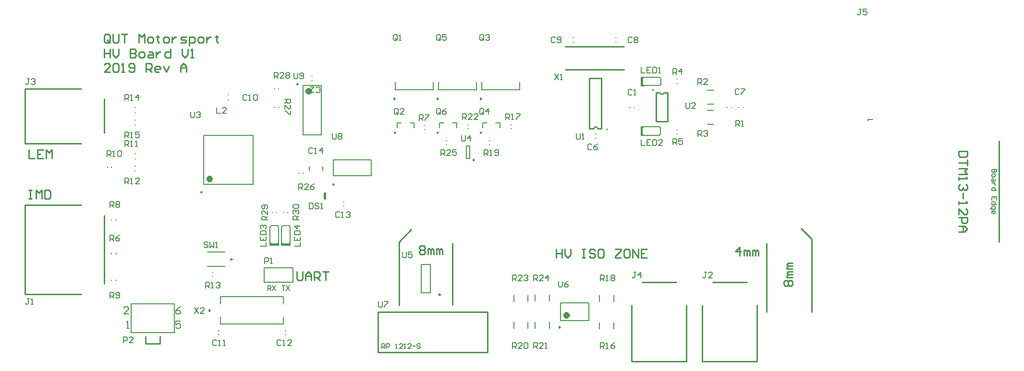
<source format=gto>
G04*
G04 #@! TF.GenerationSoftware,Altium Limited,Altium Designer,19.0.15 (446)*
G04*
G04 Layer_Color=65535*
%FSLAX25Y25*%
%MOIN*%
G70*
G01*
G75*
%ADD10C,0.00800*%
%ADD11C,0.02362*%
%ADD12C,0.00984*%
%ADD13C,0.01000*%
%ADD14C,0.00787*%
%ADD15C,0.01575*%
%ADD16C,0.00600*%
%ADD17R,0.00650X0.02300*%
%ADD18R,0.06700X0.01800*%
%ADD19R,0.00730X0.02560*%
%ADD20R,0.02300X0.00650*%
%ADD21R,0.01800X0.06700*%
%ADD22R,0.02560X0.00730*%
D10*
X184785Y86694D02*
X185635Y87543D01*
X179735D02*
X180585Y86694D01*
X185635Y98455D02*
X184785Y99305D01*
X180585D02*
X179735Y98455D01*
X176785Y86694D02*
X177635Y87543D01*
X171735D02*
X172585Y86694D01*
X177635Y98455D02*
X176785Y99305D01*
X172585D02*
X171735Y98455D01*
X430033Y162900D02*
X430883Y162050D01*
Y167950D02*
X430033Y167100D01*
X441794Y162050D02*
X442644Y162900D01*
Y167100D02*
X441794Y167950D01*
X430186Y197400D02*
X431036Y196550D01*
Y202450D02*
X430186Y201600D01*
X441948Y196550D02*
X442798Y197400D01*
Y201600D02*
X441948Y202450D01*
X180585Y86694D02*
X184785D01*
X180585Y99305D02*
X184785D01*
X185635Y87543D02*
Y98455D01*
X179735Y87543D02*
Y98455D01*
X172585Y86694D02*
X176785D01*
X172585Y99305D02*
X176785D01*
X177635Y87543D02*
Y98455D01*
X171735Y87543D02*
Y98455D01*
X430033Y162900D02*
Y167100D01*
X442644Y162900D02*
Y167100D01*
X430883Y162050D02*
X441794D01*
X430883Y167950D02*
X441794D01*
X430186Y197400D02*
Y201600D01*
X442798Y197400D02*
Y201600D01*
X431036Y196550D02*
X441948D01*
X431036Y202450D02*
X441948D01*
X109517Y42998D02*
X107851Y42165D01*
X106185Y40499D01*
Y38833D01*
X107018Y38000D01*
X108684D01*
X109517Y38833D01*
Y39666D01*
X108684Y40499D01*
X106185D01*
X109517Y32998D02*
X106185D01*
Y30499D01*
X107851Y31332D01*
X108684D01*
X109517Y30499D01*
Y28833D01*
X108684Y28000D01*
X107018D01*
X106185Y28833D01*
X73517Y38000D02*
X70185D01*
X73517Y41332D01*
Y42165D01*
X72684Y42998D01*
X71018D01*
X70185Y42165D01*
X72185Y28000D02*
X73851D01*
X73018D01*
Y32998D01*
X72185Y32165D01*
D11*
X199669Y192886D02*
X199225Y193809D01*
X198225Y194037D01*
X197424Y193398D01*
Y192373D01*
X198225Y191734D01*
X199225Y191962D01*
X199669Y192886D01*
X378461Y37138D02*
X378016Y38061D01*
X377017Y38289D01*
X376215Y37650D01*
Y36625D01*
X377017Y35986D01*
X378016Y36214D01*
X378461Y37138D01*
X130677Y131811D02*
X130233Y132734D01*
X129233Y132963D01*
X128432Y132324D01*
Y131299D01*
X129233Y130659D01*
X130233Y130888D01*
X130677Y131811D01*
D12*
X191008Y197748D02*
X190270Y198174D01*
Y197322D01*
X191008Y197748D01*
X215988Y128083D02*
X215250Y128509D01*
Y127656D01*
X215988Y128083D01*
X313417Y144988D02*
X312679Y145414D01*
Y144562D01*
X313417Y144988D01*
X289823Y51457D02*
X289085Y51883D01*
Y51030D01*
X289823Y51457D01*
X372831Y28772D02*
X372093Y29198D01*
Y28345D01*
X372831Y28772D01*
X318285Y187465D02*
X317547Y187891D01*
Y187038D01*
X318285Y187465D01*
X318285Y164063D02*
X317547Y164489D01*
Y163637D01*
X318285Y164063D01*
X288285Y187465D02*
X287547Y187891D01*
Y187038D01*
X288285Y187465D01*
X288285Y164063D02*
X287547Y164489D01*
Y163637D01*
X288285Y164063D01*
X124181Y122756D02*
X123443Y123182D01*
Y122330D01*
X124181Y122756D01*
X145110Y76000D02*
X144372Y76426D01*
Y75574D01*
X145110Y76000D01*
X129953Y40500D02*
X129215Y40926D01*
Y40074D01*
X129953Y40500D01*
X258285Y187465D02*
X257547Y187891D01*
Y187038D01*
X258285Y187465D01*
X258697Y164063D02*
X257959Y164489D01*
Y163637D01*
X258697Y164063D01*
D13*
X442305Y191811D02*
X442671Y190927D01*
X443555Y190561D01*
X444439Y190927D01*
X444805Y191811D01*
X398805Y166811D02*
X398439Y167695D01*
X397555Y168061D01*
X396671Y167695D01*
X396305Y166811D01*
X540185Y97374D02*
X547685Y89874D01*
X261185Y88099D02*
X269685Y96599D01*
X298185Y44275D02*
Y87000D01*
X261185Y44000D02*
Y88099D01*
X547685Y39500D02*
Y89874D01*
X516185Y39500D02*
Y87000D01*
X85185Y17500D02*
X95185D01*
Y22500D01*
X85185Y17500D02*
Y22500D01*
X376685Y223811D02*
X417185D01*
X376685Y207811D02*
X417185D01*
X1685Y51752D02*
Y113752D01*
X56685Y59130D02*
Y106374D01*
X1685Y51752D02*
X40685D01*
X1685Y113752D02*
X40685D01*
X471685Y5000D02*
X509685D01*
X478874Y60000D02*
X502496D01*
X509685Y5000D02*
Y44000D01*
X471685Y5000D02*
Y44000D01*
X1685Y156405D02*
Y194405D01*
X56685Y163594D02*
Y187216D01*
X1685Y156405D02*
X40685D01*
X1685Y194405D02*
X40685D01*
X422685Y5000D02*
X460685D01*
X429874Y60000D02*
X453496D01*
X460685Y5000D02*
Y44000D01*
X422685Y5000D02*
Y44000D01*
X246685Y39500D02*
X322685D01*
X246685Y11500D02*
X322685D01*
X246685D02*
Y39500D01*
X322685Y11500D02*
Y39500D01*
X677685Y88000D02*
Y158000D01*
X439476Y176811D02*
Y186811D01*
Y191811D01*
Y171811D02*
Y176811D01*
X436925Y193811D02*
X437425D01*
X439476Y171811D02*
X447634D01*
Y191811D01*
X444805D02*
X447634D01*
X439476D02*
X442305D01*
X401732Y166811D02*
Y201811D01*
X393378D02*
X401732D01*
X393378Y166811D02*
Y201811D01*
Y166811D02*
X396305D01*
X398805D02*
X401732D01*
X405185Y166311D02*
X405685D01*
X60684Y227500D02*
Y231498D01*
X59684Y232498D01*
X57685D01*
X56685Y231498D01*
Y227500D01*
X57685Y226500D01*
X59684D01*
X58684Y228499D02*
X60684Y226500D01*
X59684D02*
X60684Y227500D01*
X62683Y232498D02*
Y227500D01*
X63683Y226500D01*
X65682D01*
X66682Y227500D01*
Y232498D01*
X68681D02*
X72680D01*
X70680D01*
Y226500D01*
X80677D02*
Y232498D01*
X82677Y230499D01*
X84676Y232498D01*
Y226500D01*
X87675D02*
X89674D01*
X90674Y227500D01*
Y229499D01*
X89674Y230499D01*
X87675D01*
X86675Y229499D01*
Y227500D01*
X87675Y226500D01*
X93673Y231498D02*
Y230499D01*
X92673D01*
X94673D01*
X93673D01*
Y227500D01*
X94673Y226500D01*
X98672D02*
X100671D01*
X101671Y227500D01*
Y229499D01*
X100671Y230499D01*
X98672D01*
X97672Y229499D01*
Y227500D01*
X98672Y226500D01*
X103670Y230499D02*
Y226500D01*
Y228499D01*
X104669Y229499D01*
X105669Y230499D01*
X106669D01*
X109668Y226500D02*
X112667D01*
X113667Y227500D01*
X112667Y228499D01*
X110668D01*
X109668Y229499D01*
X110668Y230499D01*
X113667D01*
X115666Y224501D02*
Y230499D01*
X118665D01*
X119665Y229499D01*
Y227500D01*
X118665Y226500D01*
X115666D01*
X122664D02*
X124663D01*
X125663Y227500D01*
Y229499D01*
X124663Y230499D01*
X122664D01*
X121664Y229499D01*
Y227500D01*
X122664Y226500D01*
X127662Y230499D02*
Y226500D01*
Y228499D01*
X128662Y229499D01*
X129661Y230499D01*
X130661D01*
X134660Y231498D02*
Y230499D01*
X133660D01*
X135660D01*
X134660D01*
Y227500D01*
X135660Y226500D01*
X60684Y206000D02*
X56685D01*
X60684Y209999D01*
Y210998D01*
X59684Y211998D01*
X57685D01*
X56685Y210998D01*
X62683D02*
X63683Y211998D01*
X65682D01*
X66682Y210998D01*
Y207000D01*
X65682Y206000D01*
X63683D01*
X62683Y207000D01*
Y210998D01*
X68681Y206000D02*
X70680D01*
X69681D01*
Y211998D01*
X68681Y210998D01*
X73680Y207000D02*
X74679Y206000D01*
X76679D01*
X77678Y207000D01*
Y210998D01*
X76679Y211998D01*
X74679D01*
X73680Y210998D01*
Y209999D01*
X74679Y208999D01*
X77678D01*
X85676Y206000D02*
Y211998D01*
X88675D01*
X89674Y210998D01*
Y208999D01*
X88675Y207999D01*
X85676D01*
X87675D02*
X89674Y206000D01*
X94673D02*
X92673D01*
X91674Y207000D01*
Y208999D01*
X92673Y209999D01*
X94673D01*
X95672Y208999D01*
Y207999D01*
X91674D01*
X97672Y209999D02*
X99671Y206000D01*
X101671Y209999D01*
X109668Y206000D02*
Y209999D01*
X111667Y211998D01*
X113667Y209999D01*
Y206000D01*
Y208999D01*
X109668D01*
X56685Y221998D02*
Y216000D01*
Y218999D01*
X60684D01*
Y221998D01*
Y216000D01*
X62683Y221998D02*
Y217999D01*
X64682Y216000D01*
X66682Y217999D01*
Y221998D01*
X74679D02*
Y216000D01*
X77678D01*
X78678Y217000D01*
Y217999D01*
X77678Y218999D01*
X74679D01*
X77678D01*
X78678Y219999D01*
Y220998D01*
X77678Y221998D01*
X74679D01*
X81677Y216000D02*
X83676D01*
X84676Y217000D01*
Y218999D01*
X83676Y219999D01*
X81677D01*
X80677Y218999D01*
Y217000D01*
X81677Y216000D01*
X87675Y219999D02*
X89674D01*
X90674Y218999D01*
Y216000D01*
X87675D01*
X86675Y217000D01*
X87675Y217999D01*
X90674D01*
X92673Y219999D02*
Y216000D01*
Y217999D01*
X93673Y218999D01*
X94673Y219999D01*
X95672D01*
X102670Y221998D02*
Y216000D01*
X99671D01*
X98672Y217000D01*
Y218999D01*
X99671Y219999D01*
X102670D01*
X110668Y221998D02*
Y217999D01*
X112667Y216000D01*
X114666Y217999D01*
Y221998D01*
X116666Y216000D02*
X118665D01*
X117665D01*
Y221998D01*
X116666Y220998D01*
X275185Y84498D02*
X276185Y85498D01*
X278184D01*
X279184Y84498D01*
Y83499D01*
X278184Y82499D01*
X279184Y81499D01*
Y80500D01*
X278184Y79500D01*
X276185D01*
X275185Y80500D01*
Y81499D01*
X276185Y82499D01*
X275185Y83499D01*
Y84498D01*
X276185Y82499D02*
X278184D01*
X281183Y79500D02*
Y83499D01*
X282183D01*
X283183Y82499D01*
Y79500D01*
Y82499D01*
X284182Y83499D01*
X285182Y82499D01*
Y79500D01*
X287181D02*
Y83499D01*
X288181D01*
X289180Y82499D01*
Y79500D01*
Y82499D01*
X290180Y83499D01*
X291180Y82499D01*
Y79500D01*
X370185Y82998D02*
Y77000D01*
Y79999D01*
X374184D01*
Y82998D01*
Y77000D01*
X376183Y82998D02*
Y78999D01*
X378183Y77000D01*
X380182Y78999D01*
Y82998D01*
X388179D02*
X390179D01*
X389179D01*
Y77000D01*
X388179D01*
X390179D01*
X397176Y81998D02*
X396177Y82998D01*
X394177D01*
X393178Y81998D01*
Y80999D01*
X394177Y79999D01*
X396177D01*
X397176Y78999D01*
Y78000D01*
X396177Y77000D01*
X394177D01*
X393178Y78000D01*
X402175Y82998D02*
X400175D01*
X399176Y81998D01*
Y78000D01*
X400175Y77000D01*
X402175D01*
X403174Y78000D01*
Y81998D01*
X402175Y82998D01*
X411172D02*
X415170D01*
Y81998D01*
X411172Y78000D01*
Y77000D01*
X415170D01*
X420169Y82998D02*
X418169D01*
X417170Y81998D01*
Y78000D01*
X418169Y77000D01*
X420169D01*
X421169Y78000D01*
Y81998D01*
X420169Y82998D01*
X423168Y77000D02*
Y82998D01*
X427167Y77000D01*
Y82998D01*
X433165D02*
X429166D01*
Y77000D01*
X433165D01*
X429166Y79999D02*
X431165D01*
X529187Y57500D02*
X528187Y58500D01*
Y60499D01*
X529187Y61499D01*
X530186D01*
X531186Y60499D01*
X532186Y61499D01*
X533185D01*
X534185Y60499D01*
Y58500D01*
X533185Y57500D01*
X532186D01*
X531186Y58500D01*
X530186Y57500D01*
X529187D01*
X531186Y58500D02*
Y60499D01*
X534185Y63498D02*
X530186D01*
Y64498D01*
X531186Y65497D01*
X534185D01*
X531186D01*
X530186Y66497D01*
X531186Y67497D01*
X534185D01*
Y69496D02*
X530186D01*
Y70496D01*
X531186Y71495D01*
X534185D01*
X531186D01*
X530186Y72495D01*
X531186Y73495D01*
X534185D01*
X497684Y78500D02*
Y84498D01*
X494685Y81499D01*
X498684D01*
X500683Y78500D02*
Y82499D01*
X501683D01*
X502682Y81499D01*
Y78500D01*
Y81499D01*
X503682Y82499D01*
X504682Y81499D01*
Y78500D01*
X506681D02*
Y82499D01*
X507681D01*
X508680Y81499D01*
Y78500D01*
Y81499D01*
X509680Y82499D01*
X510680Y81499D01*
Y78500D01*
X190185Y67498D02*
Y62500D01*
X191185Y61500D01*
X193184D01*
X194184Y62500D01*
Y67498D01*
X196183Y61500D02*
Y65499D01*
X198182Y67498D01*
X200182Y65499D01*
Y61500D01*
Y64499D01*
X196183D01*
X202181Y61500D02*
Y67498D01*
X205180D01*
X206180Y66498D01*
Y64499D01*
X205180Y63499D01*
X202181D01*
X204181D02*
X206180Y61500D01*
X208179Y67498D02*
X212178D01*
X210179D01*
Y61500D01*
X4185Y151998D02*
Y146000D01*
X8184D01*
X14182Y151998D02*
X10183D01*
Y146000D01*
X14182D01*
X10183Y148999D02*
X12183D01*
X16181Y146000D02*
Y151998D01*
X18180Y149999D01*
X20180Y151998D01*
Y146000D01*
X4185Y123998D02*
X6184D01*
X5185D01*
Y118000D01*
X4185D01*
X6184D01*
X9183D02*
Y123998D01*
X11183Y121999D01*
X13182Y123998D01*
Y118000D01*
X15181Y123998D02*
Y118000D01*
X18180D01*
X19180Y119000D01*
Y122998D01*
X18180Y123998D01*
X15181D01*
X655683Y151000D02*
X649685D01*
Y148001D01*
X650685Y147001D01*
X654683D01*
X655683Y148001D01*
Y151000D01*
Y145002D02*
Y141003D01*
Y143003D01*
X649685D01*
Y139004D02*
X655683D01*
X653684Y137004D01*
X655683Y135005D01*
X649685D01*
Y133006D02*
Y131007D01*
Y132006D01*
X655683D01*
X654683Y133006D01*
Y128007D02*
X655683Y127008D01*
Y125008D01*
X654683Y124009D01*
X653684D01*
X652684Y125008D01*
Y126008D01*
Y125008D01*
X651684Y124009D01*
X650685D01*
X649685Y125008D01*
Y127008D01*
X650685Y128007D01*
X652684Y122009D02*
Y118011D01*
X649685Y116011D02*
Y114012D01*
Y115012D01*
X655683D01*
X654683Y116011D01*
X649685Y107014D02*
Y111013D01*
X653684Y107014D01*
X654683D01*
X655683Y108014D01*
Y110013D01*
X654683Y111013D01*
X649685Y105015D02*
X655683D01*
Y102016D01*
X654683Y101016D01*
X652684D01*
X651684Y102016D01*
Y105015D01*
X649685Y99017D02*
X653684D01*
X655683Y97018D01*
X653684Y95018D01*
X649685D01*
X652684D01*
Y99017D01*
D14*
X200488Y199925D02*
X200882D01*
X200488Y203075D02*
X200882D01*
X181307Y108303D02*
Y108697D01*
X184063Y108303D02*
Y108697D01*
X173307Y108303D02*
Y108697D01*
X176063Y108303D02*
Y108697D01*
X194551Y162276D02*
X207150D01*
X194551Y196724D02*
X207150D01*
Y162276D02*
Y196724D01*
X194551Y162276D02*
Y196724D01*
X177760Y181303D02*
Y181697D01*
X174610Y181303D02*
Y181697D01*
X177563Y194303D02*
Y194697D01*
X174807Y194303D02*
Y194697D01*
X475327Y169776D02*
X479657D01*
X475327Y179224D02*
X479657D01*
X475327Y183776D02*
X479657D01*
X475327Y193224D02*
X479657D01*
X340764Y46835D02*
Y51165D01*
X350606Y46835D02*
Y51165D01*
X355610Y46866D02*
Y51197D01*
X365453Y46866D02*
Y51197D01*
X355610Y27866D02*
Y32197D01*
X365453Y27866D02*
Y32197D01*
X400264Y46835D02*
Y51165D01*
X410106Y46835D02*
Y51165D01*
X400264Y27835D02*
Y32165D01*
X410106Y27835D02*
Y32165D01*
X340764Y27929D02*
Y32260D01*
X350606Y27929D02*
Y32260D01*
X215496Y133988D02*
X241874D01*
X215496Y145012D02*
X241874D01*
X215496Y133988D02*
Y145012D01*
X241874Y133988D02*
Y145012D01*
X194563Y135559D02*
Y135953D01*
X191807Y135559D02*
Y135953D01*
X198961Y137622D02*
Y140378D01*
X208410Y137622D02*
Y140378D01*
X222488Y116075D02*
X222882D01*
X222488Y112925D02*
X222882D01*
X496720Y181303D02*
Y181697D01*
X500264Y181303D02*
Y181697D01*
X488917Y181303D02*
Y181697D01*
X492067Y181303D02*
Y181697D01*
X308004Y146169D02*
Y154831D01*
X310366Y146169D02*
Y154831D01*
X308004D02*
X310366D01*
X308004Y146169D02*
X310366D01*
X276535Y72342D02*
X282835D01*
X276535Y52658D02*
X282835D01*
X276535D02*
Y72342D01*
X282835Y52658D02*
Y72342D01*
X393028Y33201D02*
Y45799D01*
X373342Y33201D02*
Y45799D01*
X393028D01*
X373342Y33201D02*
X393028D01*
X338988Y166622D02*
X339382D01*
X338988Y169378D02*
X339382D01*
X318496Y193539D02*
Y199118D01*
Y193539D02*
X344874D01*
Y199118D01*
X319368Y167213D02*
Y170756D01*
X322124D01*
X331179Y167213D02*
Y170756D01*
X328423D02*
X331179D01*
X323988Y158378D02*
X324382D01*
X323988Y155622D02*
X324382D01*
X308988Y166622D02*
X309382D01*
X308988Y169378D02*
X309382D01*
X288496Y193539D02*
Y199118D01*
Y193539D02*
X314874D01*
Y199118D01*
X289368Y167213D02*
Y170756D01*
X292124D01*
X301179Y167213D02*
Y170756D01*
X298423D02*
X301179D01*
X293988Y158378D02*
X294382D01*
X293988Y155622D02*
X294382D01*
X77988Y149272D02*
X78382D01*
X77988Y145728D02*
X78382D01*
X159811Y127874D02*
Y162126D01*
X125559Y127874D02*
Y162126D01*
X159811D01*
X125559Y127874D02*
X159811D01*
X77988Y137228D02*
X78382D01*
X77988Y140772D02*
X78382D01*
X167685Y60000D02*
Y70000D01*
X187685D01*
Y60000D02*
Y70000D01*
X167685Y60000D02*
X187685D01*
X131488Y67097D02*
X131882D01*
X131488Y63948D02*
X131882D01*
X77988Y181272D02*
X78382D01*
X77988Y177728D02*
X78382D01*
X128279Y71079D02*
X140091D01*
X128279Y80921D02*
X140091D01*
X77988Y169228D02*
X78382D01*
X77988Y172772D02*
X78382D01*
X142488Y190272D02*
X142882D01*
X142488Y186728D02*
X142882D01*
X105185Y25000D02*
Y45000D01*
X75185Y25000D02*
Y45000D01*
X105185D01*
X75185Y25000D02*
X105185D01*
X86018D02*
X105185D01*
X137335Y50008D02*
X181035D01*
X137335Y30992D02*
X181035D01*
X137335D02*
Y35972D01*
Y45028D02*
Y50008D01*
X181035Y30992D02*
Y35972D01*
Y45028D02*
Y50008D01*
X182232Y26378D02*
X182626D01*
X182232Y23622D02*
X182626D01*
X135732Y23622D02*
X136126D01*
X135732Y26378D02*
X136126D01*
X58807Y139803D02*
Y140197D01*
X61563Y139803D02*
Y140197D01*
X61610Y79803D02*
Y80197D01*
X64760Y79803D02*
Y80197D01*
X278988Y166122D02*
X279382D01*
X278988Y168878D02*
X279382D01*
X258496Y193539D02*
Y199118D01*
Y193539D02*
X284874D01*
Y199118D01*
X61610Y61303D02*
Y61697D01*
X64760Y61303D02*
Y61697D01*
Y103303D02*
Y103697D01*
X61610Y103303D02*
Y103697D01*
X259937Y167350D02*
Y170559D01*
X262535D01*
X271433Y167350D02*
Y170559D01*
X268835D02*
X271433D01*
X424567Y181303D02*
Y181697D01*
X421417Y181303D02*
Y181697D01*
X453795Y163122D02*
X454189D01*
X453795Y165878D02*
X454189D01*
X453795Y198122D02*
X454189D01*
X453795Y200878D02*
X454189D01*
X397488Y159925D02*
X397882D01*
X397488Y163075D02*
X397882D01*
X411488Y229886D02*
X411882D01*
X411488Y226736D02*
X411882D01*
X381988Y229886D02*
X382382D01*
X381988Y226736D02*
X382382D01*
D15*
X209681Y118425D02*
Y121575D01*
D16*
X170185Y54500D02*
Y57699D01*
X171784D01*
X172318Y57166D01*
Y56099D01*
X171784Y55566D01*
X170185D01*
X171251D02*
X172318Y54500D01*
X173384Y57699D02*
X175517Y54500D01*
Y57699D02*
X173384Y54500D01*
X179782Y57699D02*
X181915D01*
X180848D01*
Y54500D01*
X182981Y57699D02*
X185114Y54500D01*
Y57699D02*
X182981Y54500D01*
X249185Y14000D02*
Y17199D01*
X250784D01*
X251318Y16666D01*
Y15599D01*
X250784Y15066D01*
X249185D01*
X250251D02*
X251318Y14000D01*
X252384D02*
Y17199D01*
X253983D01*
X254517Y16666D01*
Y15599D01*
X253983Y15066D01*
X252384D01*
X258782Y14000D02*
X259848D01*
X259315D01*
Y17199D01*
X258782Y16666D01*
X263580Y14000D02*
X261448D01*
X263580Y16133D01*
Y16666D01*
X263047Y17199D01*
X261981D01*
X261448Y16666D01*
X264647Y14000D02*
X265713D01*
X265180D01*
Y17199D01*
X264647Y16666D01*
X269445Y14000D02*
X267313D01*
X269445Y16133D01*
Y16666D01*
X268912Y17199D01*
X267846D01*
X267313Y16666D01*
X270512Y15599D02*
X272644D01*
X275843Y16666D02*
X275310Y17199D01*
X274244D01*
X273710Y16666D01*
Y16133D01*
X274244Y15599D01*
X275310D01*
X275843Y15066D01*
Y14533D01*
X275310Y14000D01*
X274244D01*
X273710Y14533D01*
X675884Y138500D02*
X672685D01*
Y136900D01*
X673218Y136367D01*
X673751D01*
X674285Y136900D01*
Y138500D01*
Y136900D01*
X674818Y136367D01*
X675351D01*
X675884Y136900D01*
Y138500D01*
X672685Y134768D02*
Y133702D01*
X673218Y133168D01*
X674285D01*
X674818Y133702D01*
Y134768D01*
X674285Y135301D01*
X673218D01*
X672685Y134768D01*
X674818Y131569D02*
Y130503D01*
X674285Y129969D01*
X672685D01*
Y131569D01*
X673218Y132102D01*
X673751Y131569D01*
Y129969D01*
X674818Y128903D02*
X672685D01*
X673751D01*
X674285Y128370D01*
X674818Y127837D01*
Y127304D01*
X675884Y123572D02*
X672685D01*
Y125171D01*
X673218Y125704D01*
X674285D01*
X674818Y125171D01*
Y123572D01*
X675884Y117174D02*
Y119306D01*
X672685D01*
Y117174D01*
X674285Y119306D02*
Y118240D01*
X675884Y113975D02*
X672685D01*
Y115574D01*
X673218Y116107D01*
X674285D01*
X674818Y115574D01*
Y113975D01*
X671619Y111842D02*
Y111309D01*
X672152Y110776D01*
X674818D01*
Y112375D01*
X674285Y112908D01*
X673218D01*
X672685Y112375D01*
Y110776D01*
Y108110D02*
Y109176D01*
X673218Y109709D01*
X674285D01*
X674818Y109176D01*
Y108110D01*
X674285Y107577D01*
X673751D01*
Y109709D01*
X586685Y173500D02*
Y172434D01*
Y172967D01*
X589884D01*
X589351Y173500D01*
X203469Y192518D02*
X204136Y191851D01*
X205469D01*
X206135Y192518D01*
Y195184D01*
X205469Y195850D01*
X204136D01*
X203469Y195184D01*
X199470Y195850D02*
X202136D01*
X199470Y193184D01*
Y192518D01*
X200137Y191851D01*
X201470D01*
X202136Y192518D01*
X188200Y205349D02*
Y202016D01*
X188867Y201350D01*
X190200D01*
X190866Y202016D01*
Y205349D01*
X192199Y202016D02*
X192866Y201350D01*
X194199D01*
X194865Y202016D01*
Y204682D01*
X194199Y205349D01*
X192866D01*
X192199Y204682D01*
Y204016D01*
X192866Y203349D01*
X194865D01*
X191585Y103200D02*
X187586D01*
Y105199D01*
X188253Y105866D01*
X189586D01*
X190252Y105199D01*
Y103200D01*
Y104533D02*
X191585Y105866D01*
X188253Y107199D02*
X187586Y107865D01*
Y109198D01*
X188253Y109864D01*
X188919D01*
X189586Y109198D01*
Y108532D01*
Y109198D01*
X190252Y109864D01*
X190919D01*
X191585Y109198D01*
Y107865D01*
X190919Y107199D01*
X188253Y111197D02*
X187586Y111864D01*
Y113197D01*
X188253Y113863D01*
X190919D01*
X191585Y113197D01*
Y111864D01*
X190919Y111197D01*
X188253D01*
X169785Y103196D02*
X165786D01*
Y105195D01*
X166453Y105861D01*
X167786D01*
X168452Y105195D01*
Y103196D01*
Y104528D02*
X169785Y105861D01*
Y109860D02*
Y107194D01*
X167119Y109860D01*
X166453D01*
X165786Y109194D01*
Y107861D01*
X166453Y107194D01*
X169119Y111193D02*
X169785Y111859D01*
Y113192D01*
X169119Y113859D01*
X166453D01*
X165786Y113192D01*
Y111859D01*
X166453Y111193D01*
X167119D01*
X167786Y111859D01*
Y113859D01*
X174535Y201750D02*
Y205749D01*
X176534D01*
X177201Y205082D01*
Y203749D01*
X176534Y203083D01*
X174535D01*
X175868D02*
X177201Y201750D01*
X181200D02*
X178534D01*
X181200Y204416D01*
Y205082D01*
X180533Y205749D01*
X179200D01*
X178534Y205082D01*
X182533D02*
X183199Y205749D01*
X184532D01*
X185198Y205082D01*
Y204416D01*
X184532Y203749D01*
X185198Y203083D01*
Y202416D01*
X184532Y201750D01*
X183199D01*
X182533Y202416D01*
Y203083D01*
X183199Y203749D01*
X182533Y204416D01*
Y205082D01*
X183199Y203749D02*
X184532D01*
X181835Y186950D02*
X185834D01*
Y184951D01*
X185167Y184284D01*
X183834D01*
X183168Y184951D01*
Y186950D01*
Y185617D02*
X181835Y184284D01*
Y180286D02*
Y182951D01*
X184501Y180286D01*
X185167D01*
X185834Y180952D01*
Y182285D01*
X185167Y182951D01*
X185834Y178953D02*
Y176287D01*
X185167D01*
X182501Y178953D01*
X181835D01*
X188586Y85100D02*
X192585D01*
Y87766D01*
X188586Y91764D02*
Y89099D01*
X192585D01*
Y91764D01*
X190586Y89099D02*
Y90432D01*
X188586Y93097D02*
X192585D01*
Y95097D01*
X191919Y95763D01*
X189253D01*
X188586Y95097D01*
Y93097D01*
X192585Y99095D02*
X188586D01*
X190586Y97096D01*
Y99762D01*
X164786Y85100D02*
X168785D01*
Y87766D01*
X164786Y91764D02*
Y89099D01*
X168785D01*
Y91764D01*
X166786Y89099D02*
Y90432D01*
X164786Y93097D02*
X168785D01*
Y95097D01*
X168119Y95763D01*
X165453D01*
X164786Y95097D01*
Y93097D01*
X165453Y97096D02*
X164786Y97763D01*
Y99095D01*
X165453Y99762D01*
X166119D01*
X166786Y99095D01*
Y98429D01*
Y99095D01*
X167452Y99762D01*
X168119D01*
X168785Y99095D01*
Y97763D01*
X168119Y97096D01*
X339885Y61000D02*
Y64999D01*
X341884D01*
X342551Y64332D01*
Y62999D01*
X341884Y62333D01*
X339885D01*
X341218D02*
X342551Y61000D01*
X346550D02*
X343884D01*
X346550Y63666D01*
Y64332D01*
X345883Y64999D01*
X344550D01*
X343884Y64332D01*
X347883D02*
X348549Y64999D01*
X349882D01*
X350548Y64332D01*
Y63666D01*
X349882Y62999D01*
X349215D01*
X349882D01*
X350548Y62333D01*
Y61666D01*
X349882Y61000D01*
X348549D01*
X347883Y61666D01*
X339885Y14100D02*
Y18099D01*
X341884D01*
X342551Y17432D01*
Y16099D01*
X341884Y15433D01*
X339885D01*
X341218D02*
X342551Y14100D01*
X346550D02*
X343884D01*
X346550Y16766D01*
Y17432D01*
X345883Y18099D01*
X344550D01*
X343884Y17432D01*
X347883D02*
X348549Y18099D01*
X349882D01*
X350548Y17432D01*
Y14766D01*
X349882Y14100D01*
X348549D01*
X347883Y14766D01*
Y17432D01*
X214985Y163299D02*
Y159967D01*
X215651Y159300D01*
X216984D01*
X217651Y159967D01*
Y163299D01*
X218984Y162632D02*
X219650Y163299D01*
X220983D01*
X221650Y162632D01*
Y161966D01*
X220983Y161299D01*
X221650Y160633D01*
Y159967D01*
X220983Y159300D01*
X219650D01*
X218984Y159967D01*
Y160633D01*
X219650Y161299D01*
X218984Y161966D01*
Y162632D01*
X219650Y161299D02*
X220983D01*
X191485Y124500D02*
Y128499D01*
X193484D01*
X194151Y127832D01*
Y126499D01*
X193484Y125833D01*
X191485D01*
X192818D02*
X194151Y124500D01*
X198150D02*
X195484D01*
X198150Y127166D01*
Y127832D01*
X197483Y128499D01*
X196150D01*
X195484Y127832D01*
X202148Y128499D02*
X200815Y127832D01*
X199483Y126499D01*
Y125166D01*
X200149Y124500D01*
X201482D01*
X202148Y125166D01*
Y125833D01*
X201482Y126499D01*
X199483D01*
X198785Y114999D02*
Y111000D01*
X200784D01*
X201451Y111667D01*
Y114332D01*
X200784Y114999D01*
X198785D01*
X205450Y114332D02*
X204783Y114999D01*
X203450D01*
X202784Y114332D01*
Y113666D01*
X203450Y112999D01*
X204783D01*
X205450Y112333D01*
Y111667D01*
X204783Y111000D01*
X203450D01*
X202784Y111667D01*
X206783Y111000D02*
X208115D01*
X207449D01*
Y114999D01*
X206783Y114332D01*
X201151Y152732D02*
X200484Y153399D01*
X199152D01*
X198485Y152732D01*
Y150066D01*
X199152Y149400D01*
X200484D01*
X201151Y150066D01*
X202484Y149400D02*
X203817D01*
X203150D01*
Y153399D01*
X202484Y152732D01*
X207815Y149400D02*
Y153399D01*
X205816Y151399D01*
X208482D01*
X219951Y108232D02*
X219284Y108899D01*
X217951D01*
X217285Y108232D01*
Y105567D01*
X217951Y104900D01*
X219284D01*
X219951Y105567D01*
X221284Y104900D02*
X222617D01*
X221950D01*
Y108899D01*
X221284Y108232D01*
X224616D02*
X225283Y108899D01*
X226615D01*
X227282Y108232D01*
Y107566D01*
X226615Y106899D01*
X225949D01*
X226615D01*
X227282Y106233D01*
Y105567D01*
X226615Y104900D01*
X225283D01*
X224616Y105567D01*
X369285Y204699D02*
X371951Y200700D01*
Y204699D02*
X369285Y200700D01*
X373284D02*
X374617D01*
X373950D01*
Y204699D01*
X373284Y204032D01*
X4451Y48699D02*
X3118D01*
X3784D01*
Y45366D01*
X3118Y44700D01*
X2451D01*
X1785Y45366D01*
X5784Y44700D02*
X7117D01*
X6450D01*
Y48699D01*
X5784Y48032D01*
X119185Y42499D02*
X121851Y38500D01*
Y42499D02*
X119185Y38500D01*
X125849D02*
X123184D01*
X125849Y41166D01*
Y41832D01*
X125183Y42499D01*
X123850D01*
X123184Y41832D01*
X246785Y46599D02*
Y43266D01*
X247451Y42600D01*
X248784D01*
X249451Y43266D01*
Y46599D01*
X250784D02*
X253450D01*
Y45932D01*
X250784Y43266D01*
Y42600D01*
X371985Y60741D02*
Y57409D01*
X372652Y56743D01*
X373984D01*
X374651Y57409D01*
Y60741D01*
X378649D02*
X377317Y60075D01*
X375984Y58742D01*
Y57409D01*
X376650Y56743D01*
X377983D01*
X378649Y57409D01*
Y58075D01*
X377983Y58742D01*
X375984D01*
X263685Y80999D02*
Y77666D01*
X264352Y77000D01*
X265684D01*
X266351Y77666D01*
Y80999D01*
X270350D02*
X267684D01*
Y78999D01*
X269017Y79666D01*
X269683D01*
X270350Y78999D01*
Y77666D01*
X269683Y77000D01*
X268350D01*
X267684Y77666D01*
X304585Y161899D02*
Y158566D01*
X305252Y157900D01*
X306584D01*
X307251Y158566D01*
Y161899D01*
X310583Y157900D02*
Y161899D01*
X308584Y159899D01*
X311249D01*
X460285Y184810D02*
Y181477D01*
X460952Y180811D01*
X462284D01*
X462951Y181477D01*
Y184810D01*
X466950Y180811D02*
X464284D01*
X466950Y183477D01*
Y184143D01*
X466283Y184810D01*
X464950D01*
X464284Y184143D01*
X116585Y178299D02*
Y174967D01*
X117252Y174300D01*
X118584D01*
X119251Y174967D01*
Y178299D01*
X120584Y177632D02*
X121250Y178299D01*
X122583D01*
X123249Y177632D01*
Y176966D01*
X122583Y176299D01*
X121917D01*
X122583D01*
X123249Y175633D01*
Y174967D01*
X122583Y174300D01*
X121250D01*
X120584Y174967D01*
X384125Y163210D02*
Y159878D01*
X384792Y159211D01*
X386124D01*
X386791Y159878D01*
Y163210D01*
X388124Y159211D02*
X389457D01*
X388790D01*
Y163210D01*
X388124Y162543D01*
X128651Y87332D02*
X127984Y87999D01*
X126652D01*
X125985Y87332D01*
Y86666D01*
X126652Y85999D01*
X127984D01*
X128651Y85333D01*
Y84666D01*
X127984Y84000D01*
X126652D01*
X125985Y84666D01*
X129984Y87999D02*
Y84000D01*
X131317Y85333D01*
X132650Y84000D01*
Y87999D01*
X133983Y84000D02*
X135315D01*
X134649D01*
Y87999D01*
X133983Y87332D01*
X70985Y160200D02*
Y164199D01*
X72984D01*
X73651Y163532D01*
Y162199D01*
X72984Y161533D01*
X70985D01*
X72318D02*
X73651Y160200D01*
X74984D02*
X76317D01*
X75650D01*
Y164199D01*
X74984Y163532D01*
X80982Y164199D02*
X78316D01*
Y162199D01*
X79649Y162866D01*
X80315D01*
X80982Y162199D01*
Y160866D01*
X80315Y160200D01*
X78983D01*
X78316Y160866D01*
X70985Y186300D02*
Y190299D01*
X72984D01*
X73651Y189632D01*
Y188299D01*
X72984Y187633D01*
X70985D01*
X72318D02*
X73651Y186300D01*
X74984D02*
X76317D01*
X75650D01*
Y190299D01*
X74984Y189632D01*
X80315Y186300D02*
Y190299D01*
X78316Y188299D01*
X80982D01*
X127085Y55900D02*
Y59899D01*
X129084D01*
X129751Y59232D01*
Y57899D01*
X129084Y57233D01*
X127085D01*
X128418D02*
X129751Y55900D01*
X131084D02*
X132417D01*
X131750D01*
Y59899D01*
X131084Y59232D01*
X134416D02*
X135082Y59899D01*
X136415D01*
X137082Y59232D01*
Y58566D01*
X136415Y57899D01*
X135749D01*
X136415D01*
X137082Y57233D01*
Y56566D01*
X136415Y55900D01*
X135082D01*
X134416Y56566D01*
X60685Y48900D02*
Y52899D01*
X62684D01*
X63351Y52232D01*
Y50899D01*
X62684Y50233D01*
X60685D01*
X62018D02*
X63351Y48900D01*
X64684Y49566D02*
X65350Y48900D01*
X66683D01*
X67349Y49566D01*
Y52232D01*
X66683Y52899D01*
X65350D01*
X64684Y52232D01*
Y51566D01*
X65350Y50899D01*
X67349D01*
X60685Y112100D02*
Y116099D01*
X62684D01*
X63351Y115432D01*
Y114099D01*
X62684Y113433D01*
X60685D01*
X62018D02*
X63351Y112100D01*
X64684Y115432D02*
X65350Y116099D01*
X66683D01*
X67349Y115432D01*
Y114766D01*
X66683Y114099D01*
X67349Y113433D01*
Y112767D01*
X66683Y112100D01*
X65350D01*
X64684Y112767D01*
Y113433D01*
X65350Y114099D01*
X64684Y114766D01*
Y115432D01*
X65350Y114099D02*
X66683D01*
X275185Y172400D02*
Y176399D01*
X277184D01*
X277851Y175732D01*
Y174399D01*
X277184Y173733D01*
X275185D01*
X276518D02*
X277851Y172400D01*
X279184Y176399D02*
X281850D01*
Y175732D01*
X279184Y173066D01*
Y172400D01*
X60685Y88600D02*
Y92599D01*
X62684D01*
X63351Y91932D01*
Y90599D01*
X62684Y89933D01*
X60685D01*
X62018D02*
X63351Y88600D01*
X67349Y92599D02*
X66017Y91932D01*
X64684Y90599D01*
Y89266D01*
X65350Y88600D01*
X66683D01*
X67349Y89266D01*
Y89933D01*
X66683Y90599D01*
X64684D01*
X290185Y148100D02*
Y152099D01*
X292184D01*
X292851Y151432D01*
Y150099D01*
X292184Y149433D01*
X290185D01*
X291518D02*
X292851Y148100D01*
X296849D02*
X294184D01*
X296849Y150766D01*
Y151432D01*
X296183Y152099D01*
X294850D01*
X294184Y151432D01*
X300848Y152099D02*
X298183D01*
Y150099D01*
X299515Y150766D01*
X300182D01*
X300848Y150099D01*
Y148767D01*
X300182Y148100D01*
X298849D01*
X298183Y148767D01*
X354685Y61000D02*
Y64999D01*
X356684D01*
X357351Y64332D01*
Y62999D01*
X356684Y62333D01*
X354685D01*
X356018D02*
X357351Y61000D01*
X361350D02*
X358684D01*
X361350Y63666D01*
Y64332D01*
X360683Y64999D01*
X359350D01*
X358684Y64332D01*
X364682Y61000D02*
Y64999D01*
X362683Y62999D01*
X365348D01*
X70985Y128200D02*
Y132199D01*
X72984D01*
X73651Y131532D01*
Y130199D01*
X72984Y129533D01*
X70985D01*
X72318D02*
X73651Y128200D01*
X74984D02*
X76317D01*
X75650D01*
Y132199D01*
X74984Y131532D01*
X80982Y128200D02*
X78316D01*
X80982Y130866D01*
Y131532D01*
X80315Y132199D01*
X78983D01*
X78316Y131532D01*
X305185Y172900D02*
Y176899D01*
X307184D01*
X307851Y176232D01*
Y174899D01*
X307184Y174233D01*
X305185D01*
X306518D02*
X307851Y172900D01*
X311849D02*
X309184D01*
X311849Y175566D01*
Y176232D01*
X311183Y176899D01*
X309850D01*
X309184Y176232D01*
X315848Y172900D02*
X313182D01*
X315848Y175566D01*
Y176232D01*
X315182Y176899D01*
X313849D01*
X313182Y176232D01*
X354685Y14100D02*
Y18099D01*
X356684D01*
X357351Y17432D01*
Y16099D01*
X356684Y15433D01*
X354685D01*
X356018D02*
X357351Y14100D01*
X361350D02*
X358684D01*
X361350Y16766D01*
Y17432D01*
X360683Y18099D01*
X359350D01*
X358684Y17432D01*
X362683Y14100D02*
X364015D01*
X363349D01*
Y18099D01*
X362683Y17432D01*
X70985Y154300D02*
Y158299D01*
X72984D01*
X73651Y157632D01*
Y156299D01*
X72984Y155633D01*
X70985D01*
X72318D02*
X73651Y154300D01*
X74984D02*
X76317D01*
X75650D01*
Y158299D01*
X74984Y157632D01*
X78316Y154300D02*
X79649D01*
X78983D01*
Y158299D01*
X78316Y157632D01*
X320185Y148100D02*
Y152099D01*
X322184D01*
X322851Y151432D01*
Y150099D01*
X322184Y149433D01*
X320185D01*
X321518D02*
X322851Y148100D01*
X324184D02*
X325517D01*
X324850D01*
Y152099D01*
X324184Y151432D01*
X327516Y148767D02*
X328183Y148100D01*
X329515D01*
X330182Y148767D01*
Y151432D01*
X329515Y152099D01*
X328183D01*
X327516Y151432D01*
Y150766D01*
X328183Y150099D01*
X330182D01*
X451392Y155600D02*
Y159599D01*
X453391D01*
X454058Y158932D01*
Y157599D01*
X453391Y156933D01*
X451392D01*
X452725D02*
X454058Y155600D01*
X458056Y159599D02*
X455391D01*
Y157599D01*
X456724Y158266D01*
X457390D01*
X458056Y157599D01*
Y156266D01*
X457390Y155600D01*
X456057D01*
X455391Y156266D01*
X400985Y61000D02*
Y64999D01*
X402984D01*
X403651Y64332D01*
Y62999D01*
X402984Y62333D01*
X400985D01*
X402318D02*
X403651Y61000D01*
X404984D02*
X406317D01*
X405650D01*
Y64999D01*
X404984Y64332D01*
X408316D02*
X408983Y64999D01*
X410315D01*
X410982Y64332D01*
Y63666D01*
X410315Y62999D01*
X410982Y62333D01*
Y61666D01*
X410315Y61000D01*
X408983D01*
X408316Y61666D01*
Y62333D01*
X408983Y62999D01*
X408316Y63666D01*
Y64332D01*
X408983Y62999D02*
X410315D01*
X451392Y204400D02*
Y208399D01*
X453391D01*
X454058Y207732D01*
Y206399D01*
X453391Y205733D01*
X451392D01*
X452725D02*
X454058Y204400D01*
X457390D02*
Y208399D01*
X455391Y206399D01*
X458056D01*
X335185Y172900D02*
Y176899D01*
X337184D01*
X337851Y176232D01*
Y174899D01*
X337184Y174233D01*
X335185D01*
X336518D02*
X337851Y172900D01*
X339184D02*
X340517D01*
X339850D01*
Y176899D01*
X339184Y176232D01*
X342516Y176899D02*
X345182D01*
Y176232D01*
X342516Y173566D01*
Y172900D01*
X468692Y161500D02*
Y165499D01*
X470691D01*
X471358Y164832D01*
Y163499D01*
X470691Y162833D01*
X468692D01*
X470025D02*
X471358Y161500D01*
X472691Y164832D02*
X473357Y165499D01*
X474690D01*
X475356Y164832D01*
Y164166D01*
X474690Y163499D01*
X474024D01*
X474690D01*
X475356Y162833D01*
Y162167D01*
X474690Y161500D01*
X473357D01*
X472691Y162167D01*
X400985Y14100D02*
Y18099D01*
X402984D01*
X403651Y17432D01*
Y16099D01*
X402984Y15433D01*
X400985D01*
X402318D02*
X403651Y14100D01*
X404984D02*
X406317D01*
X405650D01*
Y18099D01*
X404984Y17432D01*
X410982Y18099D02*
X409649Y17432D01*
X408316Y16099D01*
Y14766D01*
X408983Y14100D01*
X410315D01*
X410982Y14766D01*
Y15433D01*
X410315Y16099D01*
X408316D01*
X468692Y197500D02*
Y201499D01*
X470691D01*
X471358Y200832D01*
Y199499D01*
X470691Y198833D01*
X468692D01*
X470025D02*
X471358Y197500D01*
X475356D02*
X472691D01*
X475356Y200166D01*
Y200832D01*
X474690Y201499D01*
X473357D01*
X472691Y200832D01*
X58485Y147200D02*
Y151199D01*
X60484D01*
X61151Y150532D01*
Y149199D01*
X60484Y148533D01*
X58485D01*
X59818D02*
X61151Y147200D01*
X62484D02*
X63817D01*
X63150D01*
Y151199D01*
X62484Y150532D01*
X65816D02*
X66483Y151199D01*
X67815D01*
X68482Y150532D01*
Y147866D01*
X67815Y147200D01*
X66483D01*
X65816Y147866D01*
Y150532D01*
X494992Y168500D02*
Y172499D01*
X496991D01*
X497658Y171832D01*
Y170499D01*
X496991Y169833D01*
X494992D01*
X496325D02*
X497658Y168500D01*
X498991D02*
X500324D01*
X499657D01*
Y172499D01*
X498991Y171832D01*
X260451Y177466D02*
Y180132D01*
X259784Y180799D01*
X258452D01*
X257785Y180132D01*
Y177466D01*
X258452Y176800D01*
X259784D01*
X259118Y178133D02*
X260451Y176800D01*
X259784D02*
X260451Y177466D01*
X264450Y176800D02*
X261784D01*
X264450Y179466D01*
Y180132D01*
X263783Y180799D01*
X262450D01*
X261784Y180132D01*
X260051Y228766D02*
Y231432D01*
X259384Y232099D01*
X258051D01*
X257385Y231432D01*
Y228766D01*
X258051Y228100D01*
X259384D01*
X258718Y229433D02*
X260051Y228100D01*
X259384D02*
X260051Y228766D01*
X261384Y228100D02*
X262717D01*
X262050D01*
Y232099D01*
X261384Y231432D01*
X290051Y177466D02*
Y180132D01*
X289384Y180799D01*
X288052D01*
X287385Y180132D01*
Y177466D01*
X288052Y176800D01*
X289384D01*
X288718Y178133D02*
X290051Y176800D01*
X289384D02*
X290051Y177466D01*
X294050Y180799D02*
X292717Y180132D01*
X291384Y178799D01*
Y177466D01*
X292050Y176800D01*
X293383D01*
X294050Y177466D01*
Y178133D01*
X293383Y178799D01*
X291384D01*
X290051Y228766D02*
Y231432D01*
X289384Y232099D01*
X288052D01*
X287385Y231432D01*
Y228766D01*
X288052Y228100D01*
X289384D01*
X288718Y229433D02*
X290051Y228100D01*
X289384D02*
X290051Y228766D01*
X294050Y232099D02*
X291384D01*
Y230099D01*
X292717Y230766D01*
X293383D01*
X294050Y230099D01*
Y228766D01*
X293383Y228100D01*
X292050D01*
X291384Y228766D01*
X320051Y177466D02*
Y180132D01*
X319384Y180799D01*
X318052D01*
X317385Y180132D01*
Y177466D01*
X318052Y176800D01*
X319384D01*
X318718Y178133D02*
X320051Y176800D01*
X319384D02*
X320051Y177466D01*
X323383Y176800D02*
Y180799D01*
X321384Y178799D01*
X324049D01*
X320051Y228766D02*
Y231432D01*
X319384Y232099D01*
X318052D01*
X317385Y231432D01*
Y228766D01*
X318052Y228100D01*
X319384D01*
X318718Y229433D02*
X320051Y228100D01*
X319384D02*
X320051Y228766D01*
X321384Y231432D02*
X322050Y232099D01*
X323383D01*
X324049Y231432D01*
Y230766D01*
X323383Y230099D01*
X322717D01*
X323383D01*
X324049Y229433D01*
Y228766D01*
X323383Y228100D01*
X322050D01*
X321384Y228766D01*
X69985Y18000D02*
Y21999D01*
X71984D01*
X72651Y21332D01*
Y19999D01*
X71984Y19333D01*
X69985D01*
X76649Y18000D02*
X73984D01*
X76649Y20666D01*
Y21332D01*
X75983Y21999D01*
X74650D01*
X73984Y21332D01*
X167885Y73000D02*
Y76999D01*
X169884D01*
X170551Y76332D01*
Y74999D01*
X169884Y74333D01*
X167885D01*
X171884Y73000D02*
X173217D01*
X172550D01*
Y76999D01*
X171884Y76332D01*
X429139Y159099D02*
Y155100D01*
X431804D01*
X435803Y159099D02*
X433137D01*
Y155100D01*
X435803D01*
X433137Y157099D02*
X434470D01*
X437136Y159099D02*
Y155100D01*
X439135D01*
X439802Y155766D01*
Y158432D01*
X439135Y159099D01*
X437136D01*
X443800Y155100D02*
X441135D01*
X443800Y157766D01*
Y158432D01*
X443134Y159099D01*
X441801D01*
X441135Y158432D01*
X429292Y209399D02*
Y205400D01*
X431958D01*
X435956Y209399D02*
X433291D01*
Y205400D01*
X435956D01*
X433291Y207399D02*
X434624D01*
X437289Y209399D02*
Y205400D01*
X439289D01*
X439955Y206066D01*
Y208732D01*
X439289Y209399D01*
X437289D01*
X441288Y205400D02*
X442621D01*
X441955D01*
Y209399D01*
X441288Y208732D01*
X134485Y181499D02*
Y177500D01*
X137151D01*
X141149D02*
X138484D01*
X141149Y180166D01*
Y180832D01*
X140483Y181499D01*
X139150D01*
X138484Y180832D01*
X425451Y67099D02*
X424118D01*
X424784D01*
Y63766D01*
X424118Y63100D01*
X423452D01*
X422785Y63766D01*
X428783Y63100D02*
Y67099D01*
X426784Y65099D01*
X429450D01*
X581951Y249599D02*
X580618D01*
X581284D01*
Y246266D01*
X580618Y245600D01*
X579951D01*
X579285Y246266D01*
X585950Y249599D02*
X583284D01*
Y247599D01*
X584617Y248266D01*
X585283D01*
X585950Y247599D01*
Y246266D01*
X585283Y245600D01*
X583950D01*
X583284Y246266D01*
X4451Y201504D02*
X3118D01*
X3784D01*
Y198172D01*
X3118Y197505D01*
X2451D01*
X1785Y198172D01*
X5784Y200838D02*
X6450Y201504D01*
X7783D01*
X8450Y200838D01*
Y200171D01*
X7783Y199505D01*
X7117D01*
X7783D01*
X8450Y198838D01*
Y198172D01*
X7783Y197505D01*
X6450D01*
X5784Y198172D01*
X474451Y67099D02*
X473118D01*
X473784D01*
Y63766D01*
X473118Y63100D01*
X472451D01*
X471785Y63766D01*
X478449Y63100D02*
X475784D01*
X478449Y65766D01*
Y66432D01*
X477783Y67099D01*
X476450D01*
X475784Y66432D01*
X369551Y229643D02*
X368884Y230310D01*
X367551D01*
X366885Y229643D01*
Y226977D01*
X367551Y226311D01*
X368884D01*
X369551Y226977D01*
X370884D02*
X371550Y226311D01*
X372883D01*
X373550Y226977D01*
Y229643D01*
X372883Y230310D01*
X371550D01*
X370884Y229643D01*
Y228977D01*
X371550Y228310D01*
X373550D01*
X422951Y229643D02*
X422284Y230310D01*
X420952D01*
X420285Y229643D01*
Y226977D01*
X420952Y226311D01*
X422284D01*
X422951Y226977D01*
X424284Y229643D02*
X424950Y230310D01*
X426283D01*
X426950Y229643D01*
Y228977D01*
X426283Y228310D01*
X426950Y227644D01*
Y226977D01*
X426283Y226311D01*
X424950D01*
X424284Y226977D01*
Y227644D01*
X424950Y228310D01*
X424284Y228977D01*
Y229643D01*
X424950Y228310D02*
X426283D01*
X497158Y193832D02*
X496491Y194499D01*
X495158D01*
X494492Y193832D01*
Y191166D01*
X495158Y190500D01*
X496491D01*
X497158Y191166D01*
X498491Y194499D02*
X501157D01*
Y193832D01*
X498491Y191166D01*
Y190500D01*
X155751Y189832D02*
X155084Y190499D01*
X153752D01*
X153085Y189832D01*
Y187167D01*
X153752Y186500D01*
X155084D01*
X155751Y187167D01*
X157084Y186500D02*
X158417D01*
X157750D01*
Y190499D01*
X157084Y189832D01*
X160416D02*
X161082Y190499D01*
X162415D01*
X163082Y189832D01*
Y187167D01*
X162415Y186500D01*
X161082D01*
X160416Y187167D01*
Y189832D01*
X394951Y155232D02*
X394284Y155899D01*
X392951D01*
X392285Y155232D01*
Y152567D01*
X392951Y151900D01*
X394284D01*
X394951Y152567D01*
X398950Y155899D02*
X397617Y155232D01*
X396284Y153899D01*
Y152567D01*
X396950Y151900D01*
X398283D01*
X398950Y152567D01*
Y153233D01*
X398283Y153899D01*
X396284D01*
X179151Y19432D02*
X178484Y20099D01*
X177152D01*
X176485Y19432D01*
Y16767D01*
X177152Y16100D01*
X178484D01*
X179151Y16767D01*
X180484Y16100D02*
X181817D01*
X181150D01*
Y20099D01*
X180484Y19432D01*
X186482Y16100D02*
X183816D01*
X186482Y18766D01*
Y19432D01*
X185815Y20099D01*
X184483D01*
X183816Y19432D01*
X134551D02*
X133884Y20099D01*
X132552D01*
X131885Y19432D01*
Y16767D01*
X132552Y16100D01*
X133884D01*
X134551Y16767D01*
X135884Y16100D02*
X137217D01*
X136550D01*
Y20099D01*
X135884Y19432D01*
X139216Y16100D02*
X140549D01*
X139883D01*
Y20099D01*
X139216Y19432D01*
X422958Y193432D02*
X422291Y194099D01*
X420959D01*
X420292Y193432D01*
Y190767D01*
X420959Y190100D01*
X422291D01*
X422958Y190767D01*
X424291Y190100D02*
X425624D01*
X424957D01*
Y194099D01*
X424291Y193432D01*
D17*
X185710Y87133D02*
D03*
X177710Y87134D02*
D03*
D18*
X182685Y86133D02*
D03*
X174685Y86133D02*
D03*
D19*
X179700Y87263D02*
D03*
X171700Y87264D02*
D03*
D20*
X430472Y161975D02*
D03*
X430625Y196475D02*
D03*
D21*
X429472Y165000D02*
D03*
X429626Y199500D02*
D03*
D22*
X430602Y167985D02*
D03*
X430756Y202485D02*
D03*
M02*

</source>
